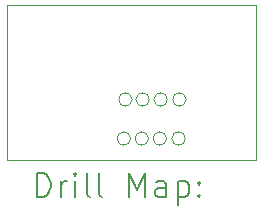
<source format=gbr>
%TF.GenerationSoftware,KiCad,Pcbnew,7.0.6-7.0.6~ubuntu22.04.1*%
%TF.CreationDate,2023-08-07T17:02:52+02:00*%
%TF.ProjectId,SHT45,53485434-352e-46b6-9963-61645f706362,rev?*%
%TF.SameCoordinates,Original*%
%TF.FileFunction,Drillmap*%
%TF.FilePolarity,Positive*%
%FSLAX45Y45*%
G04 Gerber Fmt 4.5, Leading zero omitted, Abs format (unit mm)*
G04 Created by KiCad (PCBNEW 7.0.6-7.0.6~ubuntu22.04.1) date 2023-08-07 17:02:52*
%MOMM*%
%LPD*%
G01*
G04 APERTURE LIST*
%ADD10C,0.100000*%
%ADD11C,0.200000*%
G04 APERTURE END LIST*
D10*
X13651792Y-9321800D02*
G75*
G03*
X13651792Y-9321800I-56796J0D01*
G01*
X13658496Y-8991600D02*
G75*
G03*
X13658496Y-8991600I-56796J0D01*
G01*
X13493396Y-9321800D02*
G75*
G03*
X13493396Y-9321800I-56796J0D01*
G01*
X13340996Y-9321800D02*
G75*
G03*
X13340996Y-9321800I-56796J0D01*
G01*
X13188596Y-9321800D02*
G75*
G03*
X13188596Y-9321800I-56796J0D01*
G01*
X13500100Y-8991600D02*
G75*
G03*
X13500100Y-8991600I-56796J0D01*
G01*
X13347700Y-8991600D02*
G75*
G03*
X13347700Y-8991600I-56796J0D01*
G01*
X13201296Y-8991600D02*
G75*
G03*
X13201296Y-8991600I-56796J0D01*
G01*
X12141200Y-8191500D02*
X14249400Y-8191500D01*
X14249400Y-9499600D01*
X12141200Y-9499600D01*
X12141200Y-8191500D01*
D11*
X12396977Y-9816084D02*
X12396977Y-9616084D01*
X12396977Y-9616084D02*
X12444596Y-9616084D01*
X12444596Y-9616084D02*
X12473167Y-9625608D01*
X12473167Y-9625608D02*
X12492215Y-9644655D01*
X12492215Y-9644655D02*
X12501739Y-9663703D01*
X12501739Y-9663703D02*
X12511262Y-9701798D01*
X12511262Y-9701798D02*
X12511262Y-9730370D01*
X12511262Y-9730370D02*
X12501739Y-9768465D01*
X12501739Y-9768465D02*
X12492215Y-9787512D01*
X12492215Y-9787512D02*
X12473167Y-9806560D01*
X12473167Y-9806560D02*
X12444596Y-9816084D01*
X12444596Y-9816084D02*
X12396977Y-9816084D01*
X12596977Y-9816084D02*
X12596977Y-9682750D01*
X12596977Y-9720846D02*
X12606501Y-9701798D01*
X12606501Y-9701798D02*
X12616024Y-9692274D01*
X12616024Y-9692274D02*
X12635072Y-9682750D01*
X12635072Y-9682750D02*
X12654120Y-9682750D01*
X12720786Y-9816084D02*
X12720786Y-9682750D01*
X12720786Y-9616084D02*
X12711262Y-9625608D01*
X12711262Y-9625608D02*
X12720786Y-9635131D01*
X12720786Y-9635131D02*
X12730310Y-9625608D01*
X12730310Y-9625608D02*
X12720786Y-9616084D01*
X12720786Y-9616084D02*
X12720786Y-9635131D01*
X12844596Y-9816084D02*
X12825548Y-9806560D01*
X12825548Y-9806560D02*
X12816024Y-9787512D01*
X12816024Y-9787512D02*
X12816024Y-9616084D01*
X12949358Y-9816084D02*
X12930310Y-9806560D01*
X12930310Y-9806560D02*
X12920786Y-9787512D01*
X12920786Y-9787512D02*
X12920786Y-9616084D01*
X13177929Y-9816084D02*
X13177929Y-9616084D01*
X13177929Y-9616084D02*
X13244596Y-9758941D01*
X13244596Y-9758941D02*
X13311262Y-9616084D01*
X13311262Y-9616084D02*
X13311262Y-9816084D01*
X13492215Y-9816084D02*
X13492215Y-9711322D01*
X13492215Y-9711322D02*
X13482691Y-9692274D01*
X13482691Y-9692274D02*
X13463643Y-9682750D01*
X13463643Y-9682750D02*
X13425548Y-9682750D01*
X13425548Y-9682750D02*
X13406501Y-9692274D01*
X13492215Y-9806560D02*
X13473167Y-9816084D01*
X13473167Y-9816084D02*
X13425548Y-9816084D01*
X13425548Y-9816084D02*
X13406501Y-9806560D01*
X13406501Y-9806560D02*
X13396977Y-9787512D01*
X13396977Y-9787512D02*
X13396977Y-9768465D01*
X13396977Y-9768465D02*
X13406501Y-9749417D01*
X13406501Y-9749417D02*
X13425548Y-9739893D01*
X13425548Y-9739893D02*
X13473167Y-9739893D01*
X13473167Y-9739893D02*
X13492215Y-9730370D01*
X13587453Y-9682750D02*
X13587453Y-9882750D01*
X13587453Y-9692274D02*
X13606501Y-9682750D01*
X13606501Y-9682750D02*
X13644596Y-9682750D01*
X13644596Y-9682750D02*
X13663643Y-9692274D01*
X13663643Y-9692274D02*
X13673167Y-9701798D01*
X13673167Y-9701798D02*
X13682691Y-9720846D01*
X13682691Y-9720846D02*
X13682691Y-9777989D01*
X13682691Y-9777989D02*
X13673167Y-9797036D01*
X13673167Y-9797036D02*
X13663643Y-9806560D01*
X13663643Y-9806560D02*
X13644596Y-9816084D01*
X13644596Y-9816084D02*
X13606501Y-9816084D01*
X13606501Y-9816084D02*
X13587453Y-9806560D01*
X13768405Y-9797036D02*
X13777929Y-9806560D01*
X13777929Y-9806560D02*
X13768405Y-9816084D01*
X13768405Y-9816084D02*
X13758882Y-9806560D01*
X13758882Y-9806560D02*
X13768405Y-9797036D01*
X13768405Y-9797036D02*
X13768405Y-9816084D01*
X13768405Y-9692274D02*
X13777929Y-9701798D01*
X13777929Y-9701798D02*
X13768405Y-9711322D01*
X13768405Y-9711322D02*
X13758882Y-9701798D01*
X13758882Y-9701798D02*
X13768405Y-9692274D01*
X13768405Y-9692274D02*
X13768405Y-9711322D01*
M02*

</source>
